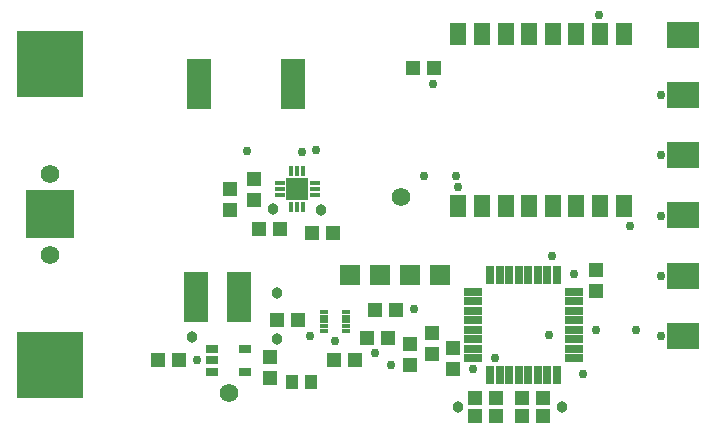
<source format=gbr>
G04 DesignSpark PCB Gerber Version 9.0 Build 5115 *
%FSLAX35Y35*%
%MOIN*%
%ADD105R,0.01781X0.03750*%
%ADD102R,0.02962X0.06407*%
%ADD116R,0.03946X0.04537*%
%ADD111R,0.04537X0.04891*%
%ADD115R,0.05718X0.07687*%
%ADD109R,0.07883X0.16742*%
%ADD101R,0.08474X0.17135*%
%ADD117R,0.06600X0.06600*%
%ADD106R,0.07490X0.07490*%
%ADD108R,0.16348X0.16348*%
%ADD107R,0.22254X0.22254*%
%ADD113R,0.02962X0.01486*%
%ADD104R,0.03750X0.01781*%
%ADD100R,0.04143X0.02962*%
%ADD103R,0.06407X0.02962*%
%ADD110R,0.04891X0.04537*%
%ADD112R,0.04930X0.04540*%
%ADD119C,0.03002*%
%ADD120C,0.03800*%
%ADD114R,0.10600X0.08592*%
%ADD118C,0.06200*%
X0Y0D02*
D02*
D100*
X130083Y30378D03*
Y34118D03*
Y37858D03*
X141106Y30378D03*
Y37858D03*
D02*
D101*
X125545Y126234D03*
X157041D03*
D02*
D102*
X222789Y29234D03*
Y62604D03*
X225939Y29234D03*
Y62604D03*
X229089Y29234D03*
Y62604D03*
X232238Y29234D03*
Y62604D03*
X235388Y29234D03*
Y62604D03*
X238537Y29234D03*
Y62604D03*
X241687Y29234D03*
Y62604D03*
X244837Y29234D03*
Y62604D03*
D02*
D103*
X217128Y34896D03*
Y38045D03*
Y41195D03*
Y44344D03*
Y47494D03*
Y50644D03*
Y53793D03*
Y56943D03*
X250498Y34896D03*
Y38045D03*
Y41195D03*
Y44344D03*
Y47494D03*
Y50644D03*
Y53793D03*
Y56943D03*
D02*
D104*
X152522Y89329D03*
Y91297D03*
Y93266D03*
X164333Y89329D03*
Y91297D03*
Y93266D03*
D02*
D105*
X156459Y85392D03*
Y97203D03*
X158427Y85392D03*
Y97203D03*
X160396Y85392D03*
Y97203D03*
D02*
D106*
X158427Y91297D03*
D02*
D107*
X76132Y32589D03*
Y132982D03*
D02*
D108*
Y82785D03*
D02*
D109*
X124659Y55368D03*
X139030D03*
D02*
D110*
X112094Y34118D03*
X119094D03*
X145766Y77809D03*
X151671Y47494D03*
X152766Y77809D03*
X158671Y47494D03*
X163384Y76726D03*
X170384D03*
X170789Y34341D03*
X177789D03*
X181691Y41427D03*
X184152Y50939D03*
X188691Y41427D03*
X191152Y50939D03*
X197045Y131451D03*
X204045D03*
X217518Y15604D03*
Y21707D03*
X224518Y15604D03*
Y21707D03*
X233167Y15703D03*
Y21707D03*
X240167Y15703D03*
Y21707D03*
D02*
D111*
X135978Y84348D03*
Y91348D03*
X143951Y87695D03*
Y94695D03*
X149364Y28246D03*
Y35246D03*
X257829Y57380D03*
Y64380D03*
D02*
D112*
X196018Y32675D03*
Y39675D03*
X203301Y36317D03*
Y43317D03*
X210289Y31100D03*
Y38100D03*
D02*
D113*
X167337Y43951D03*
Y45526D03*
Y47100D03*
Y48675D03*
Y50250D03*
X174817Y43951D03*
Y45526D03*
Y47100D03*
Y48675D03*
Y50250D03*
D02*
D114*
X287061Y42278D03*
Y62356D03*
Y82435D03*
Y102514D03*
Y122593D03*
Y142671D03*
D02*
D115*
X212073Y85683D03*
Y142770D03*
X219947Y85683D03*
Y142770D03*
X227821Y85683D03*
Y142770D03*
X235695Y85683D03*
Y142770D03*
X243569Y85683D03*
Y142770D03*
X251443Y85683D03*
Y142770D03*
X259317Y85683D03*
Y142770D03*
X267191Y85683D03*
Y142770D03*
D02*
D116*
X156695Y26868D03*
X162994D03*
D02*
D117*
X175939Y62455D03*
X185939D03*
X195939D03*
X205939D03*
D02*
D118*
X76136Y69148D03*
Y96116D03*
X135781Y23085D03*
X192967Y88439D03*
D02*
D119*
X124856Y34108D03*
X141490Y103793D03*
X159896Y103695D03*
X162553Y42179D03*
X164719Y104384D03*
X170821Y40407D03*
X184404Y36569D03*
X189719Y32533D03*
X197199Y51234D03*
X200545Y95722D03*
X203695Y126333D03*
X211470Y95722D03*
X212061Y91884D03*
X216884Y31254D03*
X224266Y34994D03*
X242179Y42671D03*
X243163Y68852D03*
X250742Y62848D03*
X253596Y29581D03*
X258026Y44148D03*
X259010Y149266D03*
X269344Y78793D03*
X271313Y44148D03*
X279778Y42376D03*
Y62258D03*
Y82337D03*
Y102612D03*
Y122494D03*
D02*
D120*
X123183Y41982D03*
X150447Y84502D03*
X151530Y41392D03*
X151628Y56648D03*
X166293Y84108D03*
X212061Y18656D03*
X246707D03*
X0Y0D02*
M02*

</source>
